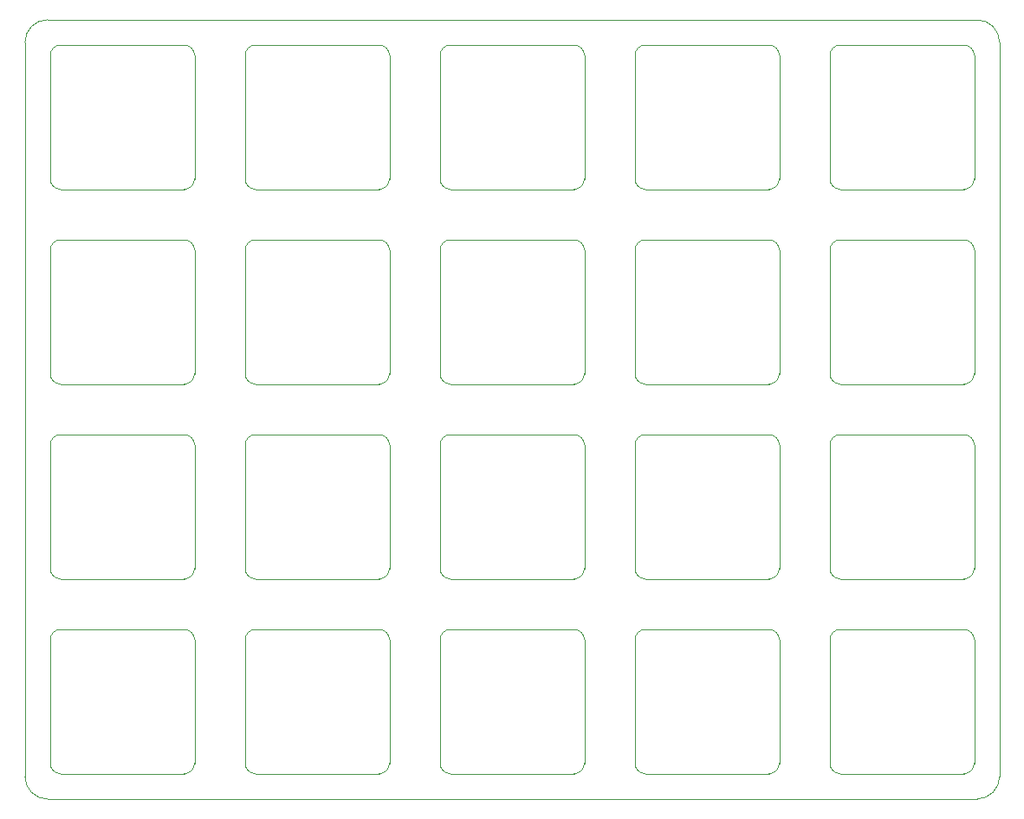
<source format=gbr>
%TF.GenerationSoftware,KiCad,Pcbnew,9.0.5-9.0.5~ubuntu24.04.1*%
%TF.CreationDate,2025-11-01T13:33:11+08:00*%
%TF.ProjectId,TPS2,54505332-2e6b-4696-9361-645f70636258,rev?*%
%TF.SameCoordinates,Original*%
%TF.FileFunction,Profile,NP*%
%FSLAX46Y46*%
G04 Gerber Fmt 4.6, Leading zero omitted, Abs format (unit mm)*
G04 Created by KiCad (PCBNEW 9.0.5-9.0.5~ubuntu24.04.1) date 2025-11-01 13:33:11*
%MOMM*%
%LPD*%
G01*
G04 APERTURE LIST*
%TA.AperFunction,Profile*%
%ADD10C,0.100000*%
%TD*%
%TA.AperFunction,Profile*%
%ADD11C,0.050000*%
%TD*%
G04 APERTURE END LIST*
D10*
X90324700Y-105199911D02*
X181174676Y-105199911D01*
X181174676Y-28999911D02*
X90324676Y-28999911D01*
X181174676Y-28999911D02*
G75*
G02*
X183374689Y-31199911I24J-2199989D01*
G01*
X88124677Y-31199911D02*
X88124676Y-102999911D01*
X183374676Y-102999900D02*
X183374676Y-31207463D01*
X183374676Y-102999911D02*
G75*
G02*
X181174676Y-105199876I-2199976J11D01*
G01*
X90324676Y-105199911D02*
G75*
G02*
X88124689Y-102999911I24J2200011D01*
G01*
X88124676Y-31199911D02*
G75*
G02*
X90324676Y-28999876I2200024J11D01*
G01*
D11*
%TO.C,L19*%
X166799698Y-70574933D02*
X166799698Y-82674889D01*
X167799698Y-69574933D02*
X179899654Y-69574933D01*
X167799698Y-83674889D02*
X179899654Y-83674889D01*
X180899654Y-70574933D02*
X180899654Y-82674889D01*
X166799698Y-70574933D02*
G75*
G02*
X167799698Y-69574933I999999J1D01*
G01*
X167799698Y-83674889D02*
G75*
G02*
X166799698Y-82674889I-1J999999D01*
G01*
X179899654Y-69574933D02*
G75*
G02*
X180899654Y-70574933I2J-999998D01*
G01*
X180899654Y-82674889D02*
G75*
G02*
X179899654Y-83674889I-999998J-2D01*
G01*
%TO.C,L2*%
X90599698Y-51524933D02*
X90599698Y-63624889D01*
X91599698Y-50524933D02*
X103699654Y-50524933D01*
X91599698Y-64624889D02*
X103699654Y-64624889D01*
X104699654Y-51524933D02*
X104699654Y-63624889D01*
X90599698Y-51524933D02*
G75*
G02*
X91599698Y-50524933I999999J1D01*
G01*
X91599698Y-64624889D02*
G75*
G02*
X90599698Y-63624889I-1J999999D01*
G01*
X103699654Y-50524933D02*
G75*
G02*
X104699654Y-51524933I2J-999998D01*
G01*
X104699654Y-63624889D02*
G75*
G02*
X103699654Y-64624889I-999998J-2D01*
G01*
%TO.C,L14*%
X147749698Y-51524933D02*
X147749698Y-63624889D01*
X148749698Y-50524933D02*
X160849654Y-50524933D01*
X148749698Y-64624889D02*
X160849654Y-64624889D01*
X161849654Y-51524933D02*
X161849654Y-63624889D01*
X147749698Y-51524933D02*
G75*
G02*
X148749698Y-50524933I999999J1D01*
G01*
X148749698Y-64624889D02*
G75*
G02*
X147749698Y-63624889I-1J999999D01*
G01*
X160849654Y-50524933D02*
G75*
G02*
X161849654Y-51524933I2J-999998D01*
G01*
X161849654Y-63624889D02*
G75*
G02*
X160849654Y-64624889I-999998J-2D01*
G01*
%TO.C,L7*%
X109649698Y-70574933D02*
X109649698Y-82674889D01*
X110649698Y-69574933D02*
X122749654Y-69574933D01*
X110649698Y-83674889D02*
X122749654Y-83674889D01*
X123749654Y-70574933D02*
X123749654Y-82674889D01*
X109649698Y-70574933D02*
G75*
G02*
X110649698Y-69574933I999999J1D01*
G01*
X110649698Y-83674889D02*
G75*
G02*
X109649698Y-82674889I-1J999999D01*
G01*
X122749654Y-69574933D02*
G75*
G02*
X123749654Y-70574933I2J-999998D01*
G01*
X123749654Y-82674889D02*
G75*
G02*
X122749654Y-83674889I-999998J-2D01*
G01*
%TO.C,L16*%
X147749698Y-89624933D02*
X147749698Y-101724889D01*
X148749698Y-88624933D02*
X160849654Y-88624933D01*
X148749698Y-102724889D02*
X160849654Y-102724889D01*
X161849654Y-89624933D02*
X161849654Y-101724889D01*
X147749698Y-89624933D02*
G75*
G02*
X148749698Y-88624933I999999J1D01*
G01*
X148749698Y-102724889D02*
G75*
G02*
X147749698Y-101724889I-1J999999D01*
G01*
X160849654Y-88624933D02*
G75*
G02*
X161849654Y-89624933I2J-999998D01*
G01*
X161849654Y-101724889D02*
G75*
G02*
X160849654Y-102724889I-999998J-2D01*
G01*
%TO.C,L10*%
X128699698Y-51524933D02*
X128699698Y-63624889D01*
X129699698Y-50524933D02*
X141799654Y-50524933D01*
X129699698Y-64624889D02*
X141799654Y-64624889D01*
X142799654Y-51524933D02*
X142799654Y-63624889D01*
X128699698Y-51524933D02*
G75*
G02*
X129699698Y-50524933I999999J1D01*
G01*
X129699698Y-64624889D02*
G75*
G02*
X128699698Y-63624889I-1J999999D01*
G01*
X141799654Y-50524933D02*
G75*
G02*
X142799654Y-51524933I2J-999998D01*
G01*
X142799654Y-63624889D02*
G75*
G02*
X141799654Y-64624889I-999998J-2D01*
G01*
%TO.C,L20*%
X166799698Y-89624933D02*
X166799698Y-101724889D01*
X167799698Y-88624933D02*
X179899654Y-88624933D01*
X167799698Y-102724889D02*
X179899654Y-102724889D01*
X180899654Y-89624933D02*
X180899654Y-101724889D01*
X166799698Y-89624933D02*
G75*
G02*
X167799698Y-88624933I999999J1D01*
G01*
X167799698Y-102724889D02*
G75*
G02*
X166799698Y-101724889I-1J999999D01*
G01*
X179899654Y-88624933D02*
G75*
G02*
X180899654Y-89624933I2J-999998D01*
G01*
X180899654Y-101724889D02*
G75*
G02*
X179899654Y-102724889I-999998J-2D01*
G01*
%TO.C,L18*%
X166799698Y-51524933D02*
X166799698Y-63624889D01*
X167799698Y-50524933D02*
X179899654Y-50524933D01*
X167799698Y-64624889D02*
X179899654Y-64624889D01*
X180899654Y-51524933D02*
X180899654Y-63624889D01*
X166799698Y-51524933D02*
G75*
G02*
X167799698Y-50524933I999999J1D01*
G01*
X167799698Y-64624889D02*
G75*
G02*
X166799698Y-63624889I-1J999999D01*
G01*
X179899654Y-50524933D02*
G75*
G02*
X180899654Y-51524933I2J-999998D01*
G01*
X180899654Y-63624889D02*
G75*
G02*
X179899654Y-64624889I-999998J-2D01*
G01*
%TO.C,L4*%
X90599698Y-89624933D02*
X90599698Y-101724889D01*
X91599698Y-88624933D02*
X103699654Y-88624933D01*
X91599698Y-102724889D02*
X103699654Y-102724889D01*
X104699654Y-89624933D02*
X104699654Y-101724889D01*
X90599698Y-89624933D02*
G75*
G02*
X91599698Y-88624933I999999J1D01*
G01*
X91599698Y-102724889D02*
G75*
G02*
X90599698Y-101724889I-1J999999D01*
G01*
X103699654Y-88624933D02*
G75*
G02*
X104699654Y-89624933I2J-999998D01*
G01*
X104699654Y-101724889D02*
G75*
G02*
X103699654Y-102724889I-999998J-2D01*
G01*
%TO.C,L13*%
X147749698Y-32474933D02*
X147749698Y-44574889D01*
X148749698Y-31474933D02*
X160849654Y-31474933D01*
X148749698Y-45574889D02*
X160849654Y-45574889D01*
X161849654Y-32474933D02*
X161849654Y-44574889D01*
X147749698Y-32474933D02*
G75*
G02*
X148749698Y-31474933I999999J1D01*
G01*
X148749698Y-45574889D02*
G75*
G02*
X147749698Y-44574889I-1J999999D01*
G01*
X160849654Y-31474933D02*
G75*
G02*
X161849654Y-32474933I2J-999998D01*
G01*
X161849654Y-44574889D02*
G75*
G02*
X160849654Y-45574889I-999998J-2D01*
G01*
%TO.C,L6*%
X109649698Y-51524933D02*
X109649698Y-63624889D01*
X110649698Y-50524933D02*
X122749654Y-50524933D01*
X110649698Y-64624889D02*
X122749654Y-64624889D01*
X123749654Y-51524933D02*
X123749654Y-63624889D01*
X109649698Y-51524933D02*
G75*
G02*
X110649698Y-50524933I999999J1D01*
G01*
X110649698Y-64624889D02*
G75*
G02*
X109649698Y-63624889I-1J999999D01*
G01*
X122749654Y-50524933D02*
G75*
G02*
X123749654Y-51524933I2J-999998D01*
G01*
X123749654Y-63624889D02*
G75*
G02*
X122749654Y-64624889I-999998J-2D01*
G01*
%TO.C,L1*%
X90599698Y-32474933D02*
X90599698Y-44574889D01*
X91599698Y-31474933D02*
X103699654Y-31474933D01*
X91599698Y-45574889D02*
X103699654Y-45574889D01*
X104699654Y-32474933D02*
X104699654Y-44574889D01*
X90599698Y-32474933D02*
G75*
G02*
X91599698Y-31474933I999999J1D01*
G01*
X91599698Y-45574889D02*
G75*
G02*
X90599698Y-44574889I-1J999999D01*
G01*
X103699654Y-31474933D02*
G75*
G02*
X104699654Y-32474933I2J-999998D01*
G01*
X104699654Y-44574889D02*
G75*
G02*
X103699654Y-45574889I-999998J-2D01*
G01*
%TO.C,L17*%
X166799698Y-32474933D02*
X166799698Y-44574889D01*
X167799698Y-31474933D02*
X179899654Y-31474933D01*
X167799698Y-45574889D02*
X179899654Y-45574889D01*
X180899654Y-32474933D02*
X180899654Y-44574889D01*
X166799698Y-32474933D02*
G75*
G02*
X167799698Y-31474933I999999J1D01*
G01*
X167799698Y-45574889D02*
G75*
G02*
X166799698Y-44574889I-1J999999D01*
G01*
X179899654Y-31474933D02*
G75*
G02*
X180899654Y-32474933I2J-999998D01*
G01*
X180899654Y-44574889D02*
G75*
G02*
X179899654Y-45574889I-999998J-2D01*
G01*
%TO.C,L5*%
X109649698Y-32474933D02*
X109649698Y-44574889D01*
X110649698Y-31474933D02*
X122749654Y-31474933D01*
X110649698Y-45574889D02*
X122749654Y-45574889D01*
X123749654Y-32474933D02*
X123749654Y-44574889D01*
X109649698Y-32474933D02*
G75*
G02*
X110649698Y-31474933I999999J1D01*
G01*
X110649698Y-45574889D02*
G75*
G02*
X109649698Y-44574889I-1J999999D01*
G01*
X122749654Y-31474933D02*
G75*
G02*
X123749654Y-32474933I2J-999998D01*
G01*
X123749654Y-44574889D02*
G75*
G02*
X122749654Y-45574889I-999998J-2D01*
G01*
%TO.C,L3*%
X90599698Y-70574933D02*
X90599698Y-82674889D01*
X91599698Y-69574933D02*
X103699654Y-69574933D01*
X91599698Y-83674889D02*
X103699654Y-83674889D01*
X104699654Y-70574933D02*
X104699654Y-82674889D01*
X90599698Y-70574933D02*
G75*
G02*
X91599698Y-69574933I999999J1D01*
G01*
X91599698Y-83674889D02*
G75*
G02*
X90599698Y-82674889I-1J999999D01*
G01*
X103699654Y-69574933D02*
G75*
G02*
X104699654Y-70574933I2J-999998D01*
G01*
X104699654Y-82674889D02*
G75*
G02*
X103699654Y-83674889I-999998J-2D01*
G01*
%TO.C,L12*%
X128699698Y-89624933D02*
X128699698Y-101724889D01*
X129699698Y-88624933D02*
X141799654Y-88624933D01*
X129699698Y-102724889D02*
X141799654Y-102724889D01*
X142799654Y-89624933D02*
X142799654Y-101724889D01*
X128699698Y-89624933D02*
G75*
G02*
X129699698Y-88624933I999999J1D01*
G01*
X129699698Y-102724889D02*
G75*
G02*
X128699698Y-101724889I-1J999999D01*
G01*
X141799654Y-88624933D02*
G75*
G02*
X142799654Y-89624933I2J-999998D01*
G01*
X142799654Y-101724889D02*
G75*
G02*
X141799654Y-102724889I-999998J-2D01*
G01*
%TO.C,L9*%
X128699698Y-32474933D02*
X128699698Y-44574889D01*
X129699698Y-31474933D02*
X141799654Y-31474933D01*
X129699698Y-45574889D02*
X141799654Y-45574889D01*
X142799654Y-32474933D02*
X142799654Y-44574889D01*
X128699698Y-32474933D02*
G75*
G02*
X129699698Y-31474933I999999J1D01*
G01*
X129699698Y-45574889D02*
G75*
G02*
X128699698Y-44574889I-1J999999D01*
G01*
X141799654Y-31474933D02*
G75*
G02*
X142799654Y-32474933I2J-999998D01*
G01*
X142799654Y-44574889D02*
G75*
G02*
X141799654Y-45574889I-999998J-2D01*
G01*
%TO.C,L11*%
X128699698Y-70574933D02*
X128699698Y-82674889D01*
X129699698Y-69574933D02*
X141799654Y-69574933D01*
X129699698Y-83674889D02*
X141799654Y-83674889D01*
X142799654Y-70574933D02*
X142799654Y-82674889D01*
X128699698Y-70574933D02*
G75*
G02*
X129699698Y-69574933I999999J1D01*
G01*
X129699698Y-83674889D02*
G75*
G02*
X128699698Y-82674889I-1J999999D01*
G01*
X141799654Y-69574933D02*
G75*
G02*
X142799654Y-70574933I2J-999998D01*
G01*
X142799654Y-82674889D02*
G75*
G02*
X141799654Y-83674889I-999998J-2D01*
G01*
%TO.C,L8*%
X109649698Y-89624933D02*
X109649698Y-101724889D01*
X110649698Y-88624933D02*
X122749654Y-88624933D01*
X110649698Y-102724889D02*
X122749654Y-102724889D01*
X123749654Y-89624933D02*
X123749654Y-101724889D01*
X109649698Y-89624933D02*
G75*
G02*
X110649698Y-88624933I999999J1D01*
G01*
X110649698Y-102724889D02*
G75*
G02*
X109649698Y-101724889I-1J999999D01*
G01*
X122749654Y-88624933D02*
G75*
G02*
X123749654Y-89624933I2J-999998D01*
G01*
X123749654Y-101724889D02*
G75*
G02*
X122749654Y-102724889I-999998J-2D01*
G01*
%TO.C,L15*%
X147749698Y-70574933D02*
X147749698Y-82674889D01*
X148749698Y-69574933D02*
X160849654Y-69574933D01*
X148749698Y-83674889D02*
X160849654Y-83674889D01*
X161849654Y-70574933D02*
X161849654Y-82674889D01*
X147749698Y-70574933D02*
G75*
G02*
X148749698Y-69574933I999999J1D01*
G01*
X148749698Y-83674889D02*
G75*
G02*
X147749698Y-82674889I-1J999999D01*
G01*
X160849654Y-69574933D02*
G75*
G02*
X161849654Y-70574933I2J-999998D01*
G01*
X161849654Y-82674889D02*
G75*
G02*
X160849654Y-83674889I-999998J-2D01*
G01*
%TD*%
M02*

</source>
